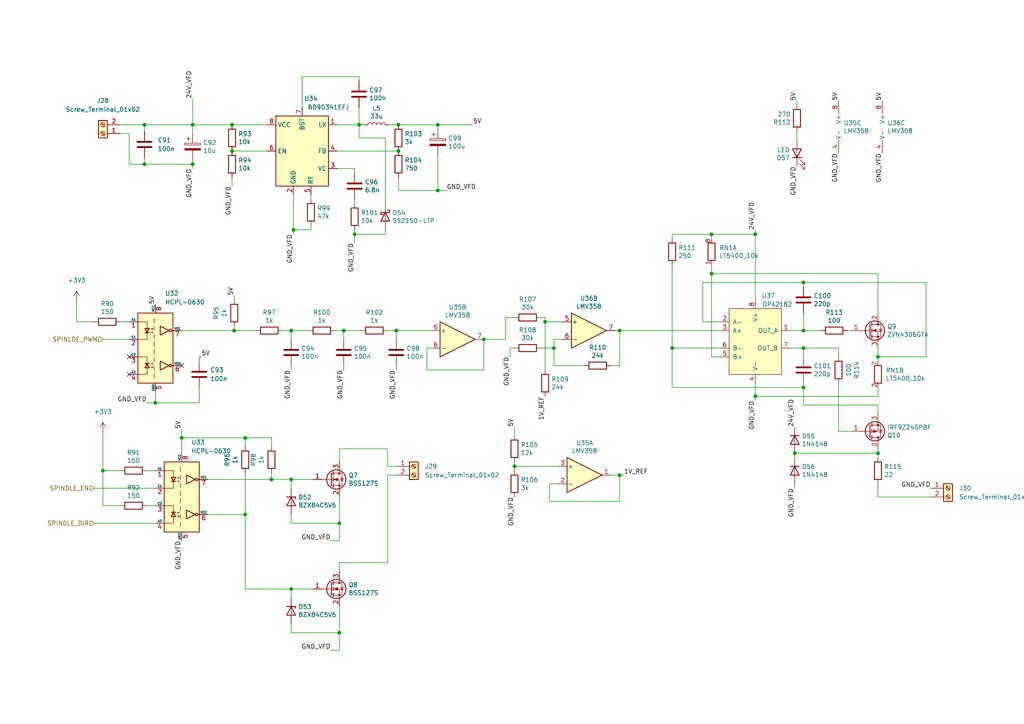
<source format=kicad_sch>
(kicad_sch (version 20211123) (generator eeschema)
  (paper "A4")
  (title_block (title "Spindle Control"))
  (lib_symbols
    (symbol "Amplifier_Operational:LMV358" (pin_names (offset 0.127))
      (property "Reference" "U" (at 0 5.08 0))
      (property "Value" "LMV358" (at 0 -5.08 0))
      (symbol "LMV358_1_1"
        (polyline (pts (xy -5.08 5.08) (xy 5.08 0) (xy -5.08 -5.08) (xy -5.08 5.08)) (stroke (width 0.254)) (fill (type background)))
        (pin output line (at 7.62 0 180) (length 2.54) (name "~") (number "1"))
        (pin input line (at -7.62 -2.54 0) (length 2.54) (name "-") (number "2"))
        (pin input line (at -7.62 2.54 0) (length 2.54) (name "+") (number "3"))
      )
      (symbol "LMV358_2_1"
        (polyline (pts (xy -5.08 5.08) (xy 5.08 0) (xy -5.08 -5.08) (xy -5.08 5.08)) (stroke (width 0.254)) (fill (type background)))
        (pin input line (at -7.62 2.54 0) (length 2.54) (name "+") (number "5"))
        (pin input line (at -7.62 -2.54 0) (length 2.54) (name "-") (number "6"))
        (pin output line (at 7.62 0 180) (length 2.54) (name "~") (number "7"))
      )
      (symbol "LMV358_3_1"
        (pin power_in line (at -2.54 -7.62 90) (length 3.81) (name "V-") (number "4"))
        (pin power_in line (at -2.54 7.62 270) (length 3.81) (name "V+") (number "8"))
      )
    )
    (symbol "Connector:Screw_Terminal_01x02" (pin_names (offset 1.016) hide)
      (property "Reference" "J" (at 0 2.54 0))
      (property "Value" "Screw_Terminal_01x02" (at 0 -5.08 0))
      (symbol "Screw_Terminal_01x02_1_1"
        (rectangle (start -1.27 1.27) (end 1.27 -3.81) (stroke (width 0.254)) (fill (type background)))
        (circle (center 0 -2.54) (radius 0.635) (stroke (width 0.1524)))
        (polyline (pts (xy -0.5334 -2.2098) (xy 0.3302 -3.048)) (stroke (width 0.1524)))
        (polyline (pts (xy -0.5334 0.3302) (xy 0.3302 -0.508)) (stroke (width 0.1524)))
        (polyline (pts (xy -0.3556 -2.032) (xy 0.508 -2.8702)) (stroke (width 0.1524)))
        (polyline (pts (xy -0.3556 0.508) (xy 0.508 -0.3302)) (stroke (width 0.1524)))
        (circle (center 0 0) (radius 0.635) (stroke (width 0.1524)))
        (pin passive line (at -5.08 0 0) (length 3.81) (name "Pin_1") (number "1"))
        (pin passive line (at -5.08 -2.54 0) (length 3.81) (name "Pin_2") (number "2"))
      )
    )
    (symbol "Device:C" (pin_numbers hide) (pin_names (offset 0.254))
      (property "Reference" "C" (at 0.635 2.54 0))
      (property "Value" "C" (at 0.635 -2.54 0))
      (symbol "C_0_1"
        (polyline (pts (xy -2.032 -0.762) (xy 2.032 -0.762)) (stroke (width 0.508)))
        (polyline (pts (xy -2.032 0.762) (xy 2.032 0.762)) (stroke (width 0.508)))
      )
      (symbol "C_1_1"
        (pin passive line (at 0 3.81 270) (length 2.794) (name "~") (number "1"))
        (pin passive line (at 0 -3.81 90) (length 2.794) (name "~") (number "2"))
      )
    )
    (symbol "Device:CP" (pin_numbers hide) (pin_names (offset 0.254))
      (property "Reference" "C" (at 0.635 2.54 0))
      (property "Value" "Device_CP" (at 0.635 -2.54 0))
      (symbol "CP_0_1"
        (rectangle (start -2.286 0.508) (end 2.286 1.016))
        (polyline (pts (xy -1.778 2.286) (xy -0.762 2.286)))
        (polyline (pts (xy -1.27 2.794) (xy -1.27 1.778)))
        (rectangle (start 2.286 -0.508) (end -2.286 -1.016) (fill (type outline)))
      )
      (symbol "CP_1_1"
        (pin passive line (at 0 3.81 270) (length 2.794) (name "~") (number "1"))
        (pin passive line (at 0 -3.81 90) (length 2.794) (name "~") (number "2"))
      )
    )
    (symbol "Device:D_Schottky" (pin_numbers hide) (pin_names (offset 1.016) hide)
      (property "Reference" "D" (at 0 2.54 0))
      (property "Value" "D_Schottky" (at 0 -2.54 0))
      (symbol "D_Schottky_0_1"
        (polyline (pts (xy 1.27 0) (xy -1.27 0)))
        (polyline (pts (xy 1.27 1.27) (xy 1.27 -1.27) (xy -1.27 0) (xy 1.27 1.27)) (stroke (width 0.254)))
        (polyline (pts (xy -1.905 0.635) (xy -1.905 1.27) (xy -1.27 1.27) (xy -1.27 -1.27) (xy -0.635 -1.27) (xy -0.635 -0.635)) (stroke (width 0.254)))
      )
      (symbol "D_Schottky_1_1"
        (pin passive line (at -3.81 0 0) (length 2.54) (name "K") (number "1"))
        (pin passive line (at 3.81 0 180) (length 2.54) (name "A") (number "2"))
      )
    )
    (symbol "Device:L" (pin_numbers hide) (pin_names (offset 1.016) hide)
      (property "Reference" "L" (at -1.27 0 90))
      (property "Value" "L" (at 1.905 0 90))
      (symbol "L_0_1"
        (arc (start 0 -2.54) (mid 0.635 -1.905) (end 0 -1.27))
        (arc (start 0 -1.27) (mid 0.635 -0.635) (end 0 0))
        (arc (start 0 0) (mid 0.635 0.635) (end 0 1.27))
        (arc (start 0 1.27) (mid 0.635 1.905) (end 0 2.54))
      )
      (symbol "L_1_1"
        (pin passive line (at 0 3.81 270) (length 1.27) (name "1") (number "1"))
        (pin passive line (at 0 -3.81 90) (length 1.27) (name "2") (number "2"))
      )
    )
    (symbol "Device:LED" (pin_numbers hide) (pin_names (offset 1.016) hide)
      (property "Reference" "D" (at 0 2.54 0))
      (property "Value" "LED" (at 0 -2.54 0))
      (symbol "LED_0_1"
        (polyline (pts (xy -1.27 -1.27) (xy -1.27 1.27)) (stroke (width 0.254)))
        (polyline (pts (xy -1.27 0) (xy 1.27 0)))
        (polyline (pts (xy 1.27 -1.27) (xy 1.27 1.27) (xy -1.27 0) (xy 1.27 -1.27)) (stroke (width 0.254)))
        (polyline (pts (xy -3.048 -0.762) (xy -4.572 -2.286) (xy -3.81 -2.286) (xy -4.572 -2.286) (xy -4.572 -1.524)))
        (polyline (pts (xy -1.778 -0.762) (xy -3.302 -2.286) (xy -2.54 -2.286) (xy -3.302 -2.286) (xy -3.302 -1.524)))
      )
      (symbol "LED_1_1"
        (pin passive line (at -3.81 0 0) (length 2.54) (name "K") (number "1"))
        (pin passive line (at 3.81 0 180) (length 2.54) (name "A") (number "2"))
      )
    )
    (symbol "Device:Q_NMOS_GDS" (pin_names (offset 0) hide)
      (property "Reference" "Q" (at 5.08 1.27 0))
      (property "Value" "Q_NMOS_GDS" (at 5.08 -1.27 0))
      (symbol "Q_NMOS_GDS_0_1"
        (polyline (pts (xy 0.254 0) (xy -2.54 0)))
        (polyline (pts (xy 0.254 1.905) (xy 0.254 -1.905)) (stroke (width 0.254)))
        (polyline (pts (xy 0.762 -1.27) (xy 0.762 -2.286)) (stroke (width 0.254)))
        (polyline (pts (xy 0.762 0.508) (xy 0.762 -0.508)) (stroke (width 0.254)))
        (polyline (pts (xy 0.762 2.286) (xy 0.762 1.27)) (stroke (width 0.254)))
        (polyline (pts (xy 2.54 2.54) (xy 2.54 1.778)))
        (polyline (pts (xy 2.54 -2.54) (xy 2.54 0) (xy 0.762 0)))
        (polyline (pts (xy 0.762 -1.778) (xy 3.302 -1.778) (xy 3.302 1.778) (xy 0.762 1.778)))
        (polyline (pts (xy 1.016 0) (xy 2.032 0.381) (xy 2.032 -0.381) (xy 1.016 0)) (fill (type outline)))
        (polyline (pts (xy 2.794 0.508) (xy 2.921 0.381) (xy 3.683 0.381) (xy 3.81 0.254)))
        (polyline (pts (xy 3.302 0.381) (xy 2.921 -0.254) (xy 3.683 -0.254) (xy 3.302 0.381)))
        (circle (center 1.651 0) (radius 2.794) (stroke (width 0.254)))
        (circle (center 2.54 -1.778) (radius 0.254) (fill (type outline)))
        (circle (center 2.54 1.778) (radius 0.254) (fill (type outline)))
      )
      (symbol "Q_NMOS_GDS_1_1"
        (pin input line (at -5.08 0 0) (length 2.54) (name "G") (number "1"))
        (pin passive line (at 2.54 5.08 270) (length 2.54) (name "D") (number "2"))
        (pin passive line (at 2.54 -5.08 90) (length 2.54) (name "S") (number "3"))
      )
    )
    (symbol "Device:Q_PMOS_GDS" (pin_names (offset 0) hide)
      (property "Reference" "Q" (at 5.08 1.27 0))
      (property "Value" "Q_PMOS_GDS" (at 5.08 -1.27 0))
      (symbol "Q_PMOS_GDS_0_1"
        (polyline (pts (xy 0.254 0) (xy -2.54 0)))
        (polyline (pts (xy 0.254 1.905) (xy 0.254 -1.905)) (stroke (width 0.254)))
        (polyline (pts (xy 0.762 -1.27) (xy 0.762 -2.286)) (stroke (width 0.254)))
        (polyline (pts (xy 0.762 0.508) (xy 0.762 -0.508)) (stroke (width 0.254)))
        (polyline (pts (xy 0.762 2.286) (xy 0.762 1.27)) (stroke (width 0.254)))
        (polyline (pts (xy 2.54 2.54) (xy 2.54 1.778)))
        (polyline (pts (xy 2.54 -2.54) (xy 2.54 0) (xy 0.762 0)))
        (polyline (pts (xy 0.762 1.778) (xy 3.302 1.778) (xy 3.302 -1.778) (xy 0.762 -1.778)))
        (polyline (pts (xy 2.286 0) (xy 1.27 0.381) (xy 1.27 -0.381) (xy 2.286 0)) (fill (type outline)))
        (polyline (pts (xy 2.794 -0.508) (xy 2.921 -0.381) (xy 3.683 -0.381) (xy 3.81 -0.254)))
        (polyline (pts (xy 3.302 -0.381) (xy 2.921 0.254) (xy 3.683 0.254) (xy 3.302 -0.381)))
        (circle (center 1.651 0) (radius 2.794) (stroke (width 0.254)))
        (circle (center 2.54 -1.778) (radius 0.254) (fill (type outline)))
        (circle (center 2.54 1.778) (radius 0.254) (fill (type outline)))
      )
      (symbol "Q_PMOS_GDS_1_1"
        (pin input line (at -5.08 0 0) (length 2.54) (name "G") (number "1"))
        (pin passive line (at 2.54 5.08 270) (length 2.54) (name "D") (number "2"))
        (pin passive line (at 2.54 -5.08 90) (length 2.54) (name "S") (number "3"))
      )
    )
    (symbol "Device:R" (pin_numbers hide) (pin_names (offset 0))
      (property "Reference" "R" (at 2.032 0 90))
      (property "Value" "R" (at 0 0 90))
      (symbol "R_0_1"
        (rectangle (start -1.016 -2.54) (end 1.016 2.54) (stroke (width 0.254)))
      )
      (symbol "R_1_1"
        (pin passive line (at 0 3.81 270) (length 1.27) (name "~") (number "1"))
        (pin passive line (at 0 -3.81 90) (length 1.27) (name "~") (number "2"))
      )
    )
    (symbol "Device:R_Pack04_Split" (pin_names (offset 0) hide)
      (property "Reference" "RN" (at 2.032 0 90))
      (property "Value" "R_Pack04_Split" (at 0 0 90))
      (symbol "R_Pack04_Split_0_1"
        (rectangle (start 1.016 2.54) (end -1.016 -2.54) (stroke (width 0.254)))
      )
      (symbol "R_Pack04_Split_1_1"
        (pin passive line (at 0 -3.81 90) (length 1.27) (name "R1.1") (number "1"))
        (pin passive line (at 0 3.81 270) (length 1.27) (name "R1.2") (number "8"))
      )
      (symbol "R_Pack04_Split_2_1"
        (pin passive line (at 0 -3.81 90) (length 1.27) (name "R2.1") (number "2"))
        (pin passive line (at 0 3.81 270) (length 1.27) (name "R2.2") (number "7"))
      )
      (symbol "R_Pack04_Split_3_1"
        (pin passive line (at 0 -3.81 90) (length 1.27) (name "R3.1") (number "3"))
        (pin passive line (at 0 3.81 270) (length 1.27) (name "R3.2") (number "6"))
      )
      (symbol "R_Pack04_Split_4_1"
        (pin passive line (at 0 -3.81 90) (length 1.27) (name "R4.1") (number "4"))
        (pin passive line (at 0 3.81 270) (length 1.27) (name "R4.2") (number "5"))
      )
    )
    (symbol "Diode:1N4148" (pin_numbers hide) (pin_names (offset 1.016) hide)
      (property "Reference" "D" (at 0 2.54 0))
      (property "Value" "1N4148" (at 0 -2.54 0))
      (symbol "1N4148_0_1"
        (polyline (pts (xy -1.27 1.27) (xy -1.27 -1.27)) (stroke (width 0.254)))
        (polyline (pts (xy 1.27 0) (xy -1.27 0)))
        (polyline (pts (xy 1.27 1.27) (xy 1.27 -1.27) (xy -1.27 0) (xy 1.27 1.27)) (stroke (width 0.254)))
      )
      (symbol "1N4148_1_1"
        (pin passive line (at -3.81 0 0) (length 2.54) (name "K") (number "1"))
        (pin passive line (at 3.81 0 180) (length 2.54) (name "A") (number "2"))
      )
    )
    (symbol "Diode:BZX84Cxx" (pin_numbers hide) (pin_names (offset 1.016) hide)
      (property "Reference" "D" (at 0 2.54 0))
      (property "Value" "BZX84Cxx" (at 0 -2.54 0))
      (symbol "BZX84Cxx_0_1"
        (polyline (pts (xy 1.27 0) (xy -1.27 0)))
        (polyline (pts (xy -1.27 -1.27) (xy -1.27 1.27) (xy -0.762 1.27)) (stroke (width 0.254)))
        (polyline (pts (xy 1.27 -1.27) (xy 1.27 1.27) (xy -1.27 0) (xy 1.27 -1.27)) (stroke (width 0.254)))
      )
      (symbol "BZX84Cxx_1_1"
        (pin passive line (at -3.81 0 0) (length 2.54) (name "K") (number "1"))
        (pin passive line (at 3.81 0 180) (length 2.54) (name "A") (number "2"))
      )
    )
    (symbol "Isolator:HCPL-0630" (pin_names (offset 0))
      (property "Reference" "U" (at -4.064 11.43 0))
      (property "Value" "HCPL-0630" (at 7.874 11.43 0))
      (symbol "HCPL-0630_0_1"
        (rectangle (start -5.08 10.16) (end 5.08 -10.16) (stroke (width 0.254)) (fill (type background)))
      )
      (symbol "HCPL-0630_1_1"
        (polyline (pts (xy -3.048 -4.445) (xy -1.778 -4.445)) (stroke (width 0.254)))
        (polyline (pts (xy -3.048 4.445) (xy -1.778 4.445)) (stroke (width 0.254)))
        (polyline (pts (xy -0.381 -7.366) (xy -0.381 -8.636)))
        (polyline (pts (xy -0.381 -5.08) (xy -0.381 -6.35)))
        (polyline (pts (xy -0.381 -2.794) (xy -0.381 -4.064)))
        (polyline (pts (xy -0.381 -0.508) (xy -0.381 -1.778)))
        (polyline (pts (xy -0.381 1.778) (xy -0.381 0.508)))
        (polyline (pts (xy -0.381 4.064) (xy -0.381 2.794)))
        (polyline (pts (xy -0.381 6.35) (xy -0.381 5.08)))
        (polyline (pts (xy -0.381 8.636) (xy -0.381 7.366)))
        (polyline (pts (xy 4.699 -5.08) (xy 5.207 -5.08)) (stroke (width 0.254)))
        (polyline (pts (xy 4.699 5.08) (xy 5.334 5.08)) (stroke (width 0.254)))
        (polyline (pts (xy -4.953 -7.62) (xy -2.413 -7.62) (xy -2.413 -5.715)))
        (polyline (pts (xy -4.953 7.62) (xy -2.413 7.62) (xy -2.413 4.318)))
        (polyline (pts (xy -2.413 -5.842) (xy -2.413 -2.54) (xy -4.953 -2.54)))
        (polyline (pts (xy -2.413 4.445) (xy -2.413 2.54) (xy -4.953 2.54)))
        (polyline (pts (xy -2.413 -4.445) (xy -3.048 -5.715) (xy -1.778 -5.715) (xy -2.413 -4.445)) (stroke (width 0.254)))
        (polyline (pts (xy -2.413 4.445) (xy -3.048 5.715) (xy -1.778 5.715) (xy -2.413 4.445)) (stroke (width 0.254)))
        (polyline (pts (xy 3.937 -5.08) (xy 1.397 -3.81) (xy 1.397 -6.35) (xy 3.937 -5.08)) (stroke (width 0.254)))
        (polyline (pts (xy 3.937 5.08) (xy 1.397 6.35) (xy 1.397 3.81) (xy 3.937 5.08)) (stroke (width 0.254)))
        (polyline (pts (xy -1.397 -5.588) (xy -0.635 -5.588) (xy -1.016 -5.715) (xy -1.016 -5.461) (xy -0.635 -5.588)) (stroke (width 0.127)))
        (polyline (pts (xy -1.397 -4.572) (xy -0.635 -4.572) (xy -1.016 -4.699) (xy -1.016 -4.445) (xy -0.635 -4.572)) (stroke (width 0.127)))
        (polyline (pts (xy -1.397 4.572) (xy -0.635 4.572) (xy -1.016 4.445) (xy -1.016 4.699) (xy -0.635 4.572)) (stroke (width 0.127)))
        (polyline (pts (xy -1.397 5.588) (xy -0.635 5.588) (xy -1.016 5.461) (xy -1.016 5.715) (xy -0.635 5.588)) (stroke (width 0.127)))
        (circle (center 4.318 -5.08) (radius 0.3556) (stroke (width 0.254)))
        (circle (center 4.318 5.08) (radius 0.3556) (stroke (width 0.254)))
        (pin passive line (at -7.62 7.62 0) (length 2.54) (name "A1") (number "1"))
        (pin passive line (at -7.62 2.54 0) (length 2.54) (name "C1") (number "2"))
        (pin passive line (at -7.62 -2.54 0) (length 2.54) (name "C2") (number "3"))
        (pin passive line (at -7.62 -7.62 0) (length 2.54) (name "A2") (number "4"))
        (pin power_in line (at 0 -12.7 90) (length 2.54) (name "GND") (number "5"))
        (pin open_collector line (at 7.62 -5.08 180) (length 2.54) (name "VO2") (number "6"))
        (pin open_collector line (at 7.62 5.08 180) (length 2.54) (name "VO1") (number "7"))
        (pin power_in line (at 0 12.7 270) (length 2.54) (name "VCC") (number "8"))
      )
    )
    (symbol "Regulator_Switching:BD9G341EFJ"
      (property "Reference" "U" (at -6.35 11.43 0))
      (property "Value" "BD9G341EFJ" (at 7.62 11.43 0))
      (symbol "BD9G341EFJ_0_1"
        (rectangle (start -7.62 10.16) (end 7.62 -10.16) (stroke (width 0.254)) (fill (type background)))
      )
      (symbol "BD9G341EFJ_1_1"
        (pin passive line (at 10.16 7.62 180) (length 2.54) (name "LX") (number "1"))
        (pin power_in line (at -2.54 -12.7 90) (length 2.54) (name "GND") (number "2"))
        (pin output line (at 10.16 -5.08 180) (length 2.54) (name "VC") (number "3"))
        (pin input line (at 10.16 0 180) (length 2.54) (name "FB") (number "4"))
        (pin input line (at 2.54 -12.7 90) (length 2.54) (name "RT") (number "5"))
        (pin input line (at -10.16 0 0) (length 2.54) (name "EN") (number "6"))
        (pin input line (at 0 12.7 270) (length 2.54) (name "BST") (number "7"))
        (pin power_in line (at -10.16 7.62 0) (length 2.54) (name "VCC") (number "8"))
      )
    )
    (symbol "Transistor_FET:BSS127S" (pin_names hide)
      (property "Reference" "Q" (at 5.08 1.905 0))
      (property "Value" "BSS127S" (at 5.08 0 0))
      (symbol "BSS127S_0_1"
        (polyline (pts (xy 0.254 0) (xy -2.54 0)))
        (polyline (pts (xy 0.254 1.905) (xy 0.254 -1.905)) (stroke (width 0.254)))
        (polyline (pts (xy 0.762 -1.27) (xy 0.762 -2.286)) (stroke (width 0.254)))
        (polyline (pts (xy 0.762 0.508) (xy 0.762 -0.508)) (stroke (width 0.254)))
        (polyline (pts (xy 0.762 2.286) (xy 0.762 1.27)) (stroke (width 0.254)))
        (polyline (pts (xy 2.54 2.54) (xy 2.54 1.778)))
        (polyline (pts (xy 2.54 -2.54) (xy 2.54 0) (xy 0.762 0)))
        (polyline (pts (xy 0.762 -1.778) (xy 3.302 -1.778) (xy 3.302 1.778) (xy 0.762 1.778)))
        (polyline (pts (xy 1.016 0) (xy 2.032 0.381) (xy 2.032 -0.381) (xy 1.016 0)) (fill (type outline)))
        (polyline (pts (xy 2.794 0.508) (xy 2.921 0.381) (xy 3.683 0.381) (xy 3.81 0.254)))
        (polyline (pts (xy 3.302 0.381) (xy 2.921 -0.254) (xy 3.683 -0.254) (xy 3.302 0.381)))
        (circle (center 1.651 0) (radius 2.794) (stroke (width 0.254)))
        (circle (center 2.54 -1.778) (radius 0.254) (fill (type outline)))
        (circle (center 2.54 1.778) (radius 0.254) (fill (type outline)))
      )
      (symbol "BSS127S_1_1"
        (pin input line (at -5.08 0 0) (length 2.54) (name "G") (number "1"))
        (pin passive line (at 2.54 -5.08 90) (length 2.54) (name "S") (number "2"))
        (pin passive line (at 2.54 5.08 270) (length 2.54) (name "D") (number "3"))
      )
    )
    (symbol "grbl_board:OPA2192" (pin_names (offset 1.016))
      (property "Reference" "U" (at 3.81 17.78 0))
      (property "Value" "OPA2192" (at 7.62 15.24 0))
      (symbol "OPA2192_0_0"
        (pin output line (at 10.16 7.62 180) (length 2.54) (name "OUT_A") (number "1"))
        (pin input line (at -10.16 10.16 0) (length 2.54) (name "A-") (number "2"))
        (pin input line (at -10.16 7.62 0) (length 2.54) (name "A+") (number "3"))
        (pin power_in line (at 0 -7.62 90) (length 2.54) (name "V-") (number "4"))
        (pin input line (at -10.16 0 0) (length 2.54) (name "B+") (number "5"))
        (pin input line (at -10.16 2.54 0) (length 2.54) (name "B-") (number "6"))
        (pin output line (at 10.16 2.54 180) (length 2.54) (name "OUT_B") (number "7"))
        (pin power_in line (at 0 16.51 270) (length 2.54) (name "V+") (number "8"))
      )
      (symbol "OPA2192_0_1"
        (rectangle (start -7.62 13.97) (end 7.62 -5.08) (fill (type background)))
      )
    )
    (symbol "power:+3V3" (power) (pin_names (offset 0))
      (property "Value" "+3V3" (at 0 3.556 0))
      (symbol "+3V3_0_1"
        (polyline (pts (xy -0.762 1.27) (xy 0 2.54)))
        (polyline (pts (xy 0 0) (xy 0 2.54)))
        (polyline (pts (xy 0 2.54) (xy 0.762 1.27)))
      )
      (symbol "+3V3_1_1"
        (pin power_in line (at 0 0 90) (length 0) hide (name "+3V3") (number "1"))
      )
    )
  )
  (junction (at 140.335 98.425))
  (junction (at 85.09 66.675))
  (junction (at 233.045 95.885))
  (junction (at 52.705 127))
  (junction (at 84.455 95.885))
  (junction (at 160.655 100.965))
  (junction (at 149.225 135.255))
  (junction (at 78.74 139.065))
  (junction (at 45.085 116.84))
  (junction (at 67.31 43.815))
  (junction (at 127 36.195))
  (junction (at 127 55.245))
  (junction (at 67.31 36.195))
  (junction (at 233.045 100.965))
  (junction (at 71.12 149.225))
  (junction (at 71.12 127))
  (junction (at 254.635 103.505))
  (junction (at 206.375 79.375))
  (junction (at 254.635 131.445))
  (junction (at 99.695 95.885))
  (junction (at 206.375 67.945))
  (junction (at 194.945 100.965))
  (junction (at 230.505 131.445))
  (junction (at 98.425 151.765))
  (junction (at 29.845 136.525))
  (junction (at 41.91 47.625))
  (junction (at 219.075 114.935))
  (junction (at 114.935 95.885))
  (junction (at 84.455 170.815))
  (junction (at 233.045 81.915))
  (junction (at 55.88 36.195))
  (junction (at 179.705 95.885))
  (junction (at 158.115 93.345))
  (junction (at 84.455 139.065))
  (junction (at 67.945 95.885))
  (junction (at 98.425 183.515))
  (junction (at 115.57 43.815))
  (junction (at 219.075 67.945))
  (junction (at 41.91 36.195))
  (junction (at 104.14 36.195))
  (junction (at 102.87 67.945))
  (junction (at 55.88 47.625))
  (junction (at 233.045 112.395))
  (junction (at 179.705 137.795))
  (junction (at 115.57 36.195))
  (no_connect (at 52.705 106.045))
  (no_connect (at 37.465 108.585))
  (no_connect (at 37.465 103.505))
  (wire (pts (xy 159.385 140.335) (xy 159.385 145.415)))
  (wire (pts (xy 29.845 125.095) (xy 29.845 136.525)))
  (wire (pts (xy 149.225 135.255) (xy 149.225 136.525)))
  (wire (pts (xy 67.945 94.615) (xy 67.945 95.885)))
  (wire (pts (xy 179.705 95.885) (xy 208.915 95.885)))
  (wire (pts (xy 254.635 103.505) (xy 268.605 103.505)))
  (wire (pts (xy 90.805 139.065) (xy 84.455 139.065)))
  (wire (pts (xy 55.88 28.575) (xy 55.88 36.195)))
  (wire (pts (xy 160.655 100.965) (xy 160.655 98.425)))
  (wire (pts (xy 158.115 92.075) (xy 158.115 93.345)))
  (wire (pts (xy 84.455 183.515) (xy 84.455 180.975)))
  (wire (pts (xy 179.705 145.415) (xy 179.705 137.795)))
  (wire (pts (xy 254.635 114.935) (xy 219.075 114.935)))
  (wire (pts (xy 102.87 67.945) (xy 102.87 66.675)))
  (wire (pts (xy 146.685 98.425) (xy 146.685 92.075)))
  (wire (pts (xy 98.425 165.735) (xy 98.425 163.195)))
  (wire (pts (xy 180.975 137.795) (xy 179.705 137.795)))
  (wire (pts (xy 194.945 112.395) (xy 194.945 100.965)))
  (wire (pts (xy 98.425 151.765) (xy 84.455 151.765)))
  (wire (pts (xy 102.87 70.485) (xy 102.87 67.945)))
  (wire (pts (xy 254.635 132.715) (xy 254.635 131.445)))
  (wire (pts (xy 42.545 146.685) (xy 45.085 146.685)))
  (wire (pts (xy 58.42 103.505) (xy 57.785 103.505)))
  (wire (pts (xy 104.14 23.495) (xy 104.14 22.225)))
  (wire (pts (xy 45.085 113.665) (xy 45.085 116.84)))
  (wire (pts (xy 156.845 100.965) (xy 160.655 100.965)))
  (wire (pts (xy 233.045 95.885) (xy 229.235 95.885)))
  (wire (pts (xy 102.87 59.055) (xy 102.87 57.785)))
  (wire (pts (xy 84.455 151.765) (xy 84.455 149.225)))
  (wire (pts (xy 104.14 40.005) (xy 104.14 36.195)))
  (wire (pts (xy 254.635 103.505) (xy 254.635 104.775)))
  (wire (pts (xy 41.91 45.72) (xy 41.91 47.625)))
  (wire (pts (xy 254.635 79.375) (xy 206.375 79.375)))
  (wire (pts (xy 230.505 132.715) (xy 230.505 131.445)))
  (wire (pts (xy 115.57 51.435) (xy 115.57 55.245)))
  (wire (pts (xy 78.74 139.065) (xy 84.455 139.065)))
  (wire (pts (xy 37.465 38.735) (xy 34.925 38.735)))
  (wire (pts (xy 57.785 116.84) (xy 57.785 112.395)))
  (wire (pts (xy 245.745 95.885) (xy 247.015 95.885)))
  (wire (pts (xy 254.635 131.445) (xy 254.635 130.175)))
  (wire (pts (xy 123.825 107.315) (xy 140.335 107.315)))
  (wire (pts (xy 98.425 130.175) (xy 98.425 133.985)))
  (wire (pts (xy 161.925 140.335) (xy 159.385 140.335)))
  (wire (pts (xy 67.945 95.885) (xy 74.295 95.885)))
  (wire (pts (xy 98.425 188.595) (xy 98.425 183.515)))
  (wire (pts (xy 233.045 111.125) (xy 233.045 112.395)))
  (wire (pts (xy 85.09 56.515) (xy 85.09 66.675)))
  (wire (pts (xy 179.705 106.045) (xy 179.705 95.885)))
  (wire (pts (xy 233.045 100.965) (xy 233.045 103.505)))
  (wire (pts (xy 229.235 100.965) (xy 233.045 100.965)))
  (wire (pts (xy 160.655 106.045) (xy 169.545 106.045)))
  (wire (pts (xy 233.045 83.185) (xy 233.045 81.915)))
  (wire (pts (xy 111.76 40.005) (xy 111.76 59.055)))
  (wire (pts (xy 219.075 116.205) (xy 219.075 114.935)))
  (wire (pts (xy 52.705 127) (xy 71.12 127)))
  (wire (pts (xy 243.205 125.095) (xy 247.015 125.095)))
  (wire (pts (xy 114.935 135.255) (xy 112.395 135.255)))
  (wire (pts (xy 137.16 36.195) (xy 127 36.195)))
  (wire (pts (xy 179.705 137.795) (xy 177.165 137.795)))
  (wire (pts (xy 95.885 156.845) (xy 98.425 156.845)))
  (wire (pts (xy 102.87 50.165) (xy 102.87 48.895)))
  (wire (pts (xy 254.635 112.395) (xy 254.635 114.935)))
  (wire (pts (xy 125.095 95.885) (xy 114.935 95.885)))
  (wire (pts (xy 268.605 103.505) (xy 268.605 81.915)))
  (wire (pts (xy 41.91 47.625) (xy 55.88 47.625)))
  (wire (pts (xy 113.03 36.195) (xy 115.57 36.195)))
  (wire (pts (xy 52.705 124.46) (xy 52.705 127)))
  (wire (pts (xy 27.305 141.605) (xy 45.085 141.605)))
  (wire (pts (xy 90.805 170.815) (xy 84.455 170.815)))
  (wire (pts (xy 98.425 163.195) (xy 112.395 163.195)))
  (wire (pts (xy 254.635 117.475) (xy 233.045 117.475)))
  (wire (pts (xy 84.455 107.315) (xy 84.455 106.045)))
  (wire (pts (xy 115.57 55.245) (xy 127 55.245)))
  (wire (pts (xy 254.635 120.015) (xy 254.635 117.475)))
  (wire (pts (xy 99.695 95.885) (xy 99.695 98.425)))
  (wire (pts (xy 71.12 149.225) (xy 71.12 170.815)))
  (wire (pts (xy 243.205 100.965) (xy 243.205 103.505)))
  (wire (pts (xy 254.635 90.805) (xy 254.635 79.375)))
  (wire (pts (xy 104.14 31.115) (xy 104.14 36.195)))
  (wire (pts (xy 67.945 86.995) (xy 67.945 85.725)))
  (wire (pts (xy 22.225 93.345) (xy 27.305 93.345)))
  (wire (pts (xy 179.705 95.885) (xy 178.435 95.885)))
  (wire (pts (xy 55.88 46.355) (xy 55.88 47.625)))
  (wire (pts (xy 52.705 127) (xy 52.705 131.445)))
  (wire (pts (xy 194.945 67.945) (xy 194.945 69.215)))
  (wire (pts (xy 112.395 137.795) (xy 114.935 137.795)))
  (wire (pts (xy 29.845 98.425) (xy 37.465 98.425)))
  (wire (pts (xy 112.395 130.175) (xy 98.425 130.175)))
  (wire (pts (xy 269.875 144.145) (xy 254.635 144.145)))
  (wire (pts (xy 104.14 36.195) (xy 105.41 36.195)))
  (wire (pts (xy 233.045 117.475) (xy 233.045 112.395)))
  (wire (pts (xy 161.925 135.255) (xy 149.225 135.255)))
  (wire (pts (xy 194.945 76.835) (xy 194.945 100.965)))
  (wire (pts (xy 87.63 22.225) (xy 87.63 31.115)))
  (wire (pts (xy 112.395 95.885) (xy 114.935 95.885)))
  (wire (pts (xy 104.14 36.195) (xy 97.79 36.195)))
  (wire (pts (xy 81.915 95.885) (xy 84.455 95.885)))
  (wire (pts (xy 231.14 38.1) (xy 231.14 40.64)))
  (wire (pts (xy 206.375 103.505) (xy 208.915 103.505)))
  (wire (pts (xy 230.505 141.605) (xy 230.505 140.335)))
  (wire (pts (xy 127 45.085) (xy 127 55.245)))
  (wire (pts (xy 67.31 53.975) (xy 67.31 51.435)))
  (wire (pts (xy 140.335 98.425) (xy 146.685 98.425)))
  (wire (pts (xy 115.57 36.195) (xy 127 36.195)))
  (wire (pts (xy 194.945 100.965) (xy 208.915 100.965)))
  (wire (pts (xy 99.695 107.315) (xy 99.695 106.045)))
  (wire (pts (xy 254.635 100.965) (xy 254.635 103.505)))
  (wire (pts (xy 84.455 173.355) (xy 84.455 170.815)))
  (wire (pts (xy 219.075 67.945) (xy 206.375 67.945)))
  (wire (pts (xy 42.545 136.525) (xy 45.085 136.525)))
  (wire (pts (xy 55.88 38.735) (xy 55.88 36.195)))
  (wire (pts (xy 149.225 123.825) (xy 149.225 126.365)))
  (wire (pts (xy 112.395 135.255) (xy 112.395 130.175)))
  (wire (pts (xy 115.57 43.815) (xy 97.79 43.815)))
  (wire (pts (xy 41.91 36.195) (xy 41.91 38.1)))
  (wire (pts (xy 52.705 95.885) (xy 67.945 95.885)))
  (wire (pts (xy 22.225 86.995) (xy 22.225 93.345)))
  (wire (pts (xy 146.685 92.075) (xy 149.225 92.075)))
  (wire (pts (xy 114.935 95.885) (xy 114.935 98.425)))
  (wire (pts (xy 149.225 133.985) (xy 149.225 135.255)))
  (wire (pts (xy 208.915 93.345) (xy 203.835 93.345)))
  (wire (pts (xy 27.305 151.765) (xy 45.085 151.765)))
  (wire (pts (xy 159.385 145.415) (xy 179.705 145.415)))
  (wire (pts (xy 147.955 100.965) (xy 149.225 100.965)))
  (wire (pts (xy 90.17 66.675) (xy 85.09 66.675)))
  (wire (pts (xy 111.76 40.005) (xy 104.14 40.005)))
  (wire (pts (xy 230.505 131.445) (xy 254.635 131.445)))
  (wire (pts (xy 104.775 95.885) (xy 99.695 95.885)))
  (wire (pts (xy 160.655 100.965) (xy 160.655 106.045)))
  (wire (pts (xy 206.375 67.945) (xy 194.945 67.945)))
  (wire (pts (xy 104.14 22.225) (xy 87.63 22.225)))
  (wire (pts (xy 37.465 47.625) (xy 41.91 47.625)))
  (wire (pts (xy 71.12 127) (xy 78.74 127)))
  (wire (pts (xy 233.045 81.915) (xy 203.835 81.915)))
  (wire (pts (xy 123.825 100.965) (xy 123.825 107.315)))
  (wire (pts (xy 45.085 116.84) (xy 57.785 116.84)))
  (wire (pts (xy 89.535 95.885) (xy 84.455 95.885)))
  (wire (pts (xy 177.165 106.045) (xy 179.705 106.045)))
  (wire (pts (xy 57.785 103.505) (xy 57.785 104.775)))
  (wire (pts (xy 67.31 36.195) (xy 77.47 36.195)))
  (wire (pts (xy 41.91 36.195) (xy 55.88 36.195)))
  (wire (pts (xy 219.075 66.675) (xy 219.075 67.945)))
  (wire (pts (xy 111.76 67.945) (xy 111.76 66.675)))
  (wire (pts (xy 233.045 90.805) (xy 233.045 95.885)))
  (wire (pts (xy 60.325 149.225) (xy 71.12 149.225)))
  (wire (pts (xy 55.88 36.195) (xy 67.31 36.195)))
  (wire (pts (xy 29.845 136.525) (xy 29.845 146.685)))
  (wire (pts (xy 95.885 188.595) (xy 98.425 188.595)))
  (wire (pts (xy 102.87 67.945) (xy 111.76 67.945)))
  (wire (pts (xy 78.74 127) (xy 78.74 129.54)))
  (wire (pts (xy 114.935 107.315) (xy 114.935 106.045)))
  (wire (pts (xy 55.88 47.625) (xy 55.88 48.895)))
  (wire (pts (xy 125.095 100.965) (xy 123.825 100.965)))
  (wire (pts (xy 42.545 116.84) (xy 45.085 116.84)))
  (wire (pts (xy 127 37.465) (xy 127 36.195)))
  (wire (pts (xy 98.425 151.765) (xy 98.425 144.145)))
  (wire (pts (xy 98.425 183.515) (xy 98.425 175.895)))
  (wire (pts (xy 206.375 67.945) (xy 206.375 69.215)))
  (wire (pts (xy 98.425 183.515) (xy 84.455 183.515)))
  (wire (pts (xy 219.075 67.945) (xy 219.075 86.995)))
  (wire (pts (xy 34.925 36.195) (xy 41.91 36.195)))
  (wire (pts (xy 203.835 81.915) (xy 203.835 93.345)))
  (wire (pts (xy 243.205 111.125) (xy 243.205 125.095)))
  (wire (pts (xy 206.375 76.835) (xy 206.375 79.375)))
  (wire (pts (xy 98.425 151.765) (xy 98.425 156.845)))
  (wire (pts (xy 90.17 57.785) (xy 90.17 56.515)))
  (wire (pts (xy 140.335 107.315) (xy 140.335 98.425)))
  (wire (pts (xy 233.045 95.885) (xy 238.125 95.885)))
  (wire (pts (xy 71.12 170.815) (xy 84.455 170.815)))
  (wire (pts (xy 112.395 163.195) (xy 112.395 137.795)))
  (wire (pts (xy 29.845 146.685) (xy 34.925 146.685)))
  (wire (pts (xy 160.655 98.425) (xy 163.195 98.425)))
  (wire (pts (xy 206.375 79.375) (xy 206.375 103.505)))
  (wire (pts (xy 84.455 95.885) (xy 84.455 98.425)))
  (wire (pts (xy 97.155 95.885) (xy 99.695 95.885)))
  (wire (pts (xy 268.605 81.915) (xy 233.045 81.915)))
  (wire (pts (xy 29.845 136.525) (xy 34.925 136.525)))
  (wire (pts (xy 233.045 100.965) (xy 243.205 100.965)))
  (wire (pts (xy 77.47 43.815) (xy 67.31 43.815)))
  (wire (pts (xy 219.075 114.935) (xy 219.075 111.125)))
  (wire (pts (xy 102.87 48.895) (xy 97.79 48.895)))
  (wire (pts (xy 156.845 92.075) (xy 158.115 92.075)))
  (wire (pts (xy 147.955 103.505) (xy 147.955 100.965)))
  (wire (pts (xy 34.925 93.345) (xy 37.465 93.345)))
  (wire (pts (xy 85.09 66.675) (xy 85.09 67.945)))
  (wire (pts (xy 90.17 65.405) (xy 90.17 66.675)))
  (wire (pts (xy 158.115 93.345) (xy 163.195 93.345)))
  (wire (pts (xy 231.14 29.21) (xy 231.14 30.48)))
  (wire (pts (xy 129.54 55.245) (xy 127 55.245)))
  (wire (pts (xy 71.12 127) (xy 71.12 129.54)))
  (wire (pts (xy 158.115 107.315) (xy 158.115 93.345)))
  (wire (pts (xy 78.74 137.16) (xy 78.74 139.065)))
  (wire (pts (xy 233.045 112.395) (xy 194.945 112.395)))
  (wire (pts (xy 71.12 137.16) (xy 71.12 149.225)))
  (wire (pts (xy 37.465 38.735) (xy 37.465 47.625)))
  (wire (pts (xy 254.635 144.145) (xy 254.635 140.335)))
  (wire (pts (xy 60.325 139.065) (xy 78.74 139.065)))
  (wire (pts (xy 84.455 141.605) (xy 84.455 139.065)))
  (label "GND_VFD" (at 255.905 44.45 270))
  (label "5V" (at 149.225 123.825 90))
  (label "GND_VFD" (at 149.225 144.145 270))
  (label "GND_VFD" (at 114.935 107.315 270))
  (label "GND_VFD" (at 147.955 103.505 270))
  (label "GND_VFD" (at 269.875 141.605 180))
  (label "GND_VFD" (at 95.885 156.845 180))
  (label "5V" (at 52.705 124.46 90))
  (label "1V_REF" (at 158.115 114.935 270))
  (label "5V" (at 243.205 29.21 90))
  (label "GND_VFD" (at 230.505 141.605 270))
  (label "GND_VFD" (at 55.88 48.895 270))
  (label "GND_VFD" (at 85.09 67.945 270))
  (label "GND_VFD" (at 84.455 107.315 270))
  (label "GND_VFD" (at 99.695 107.315 270))
  (label "5V" (at 58.42 103.505 0))
  (label "5V" (at 231.14 29.21 90))
  (label "GND_VFD" (at 67.31 53.975 270))
  (label "GND_VFD" (at 129.54 55.245 0))
  (label "24V_VFD" (at 230.505 123.825 90))
  (label "24V_VFD" (at 219.075 66.675 90))
  (label "5V" (at 45.085 88.265 90))
  (label "5V" (at 137.16 36.195 0))
  (label "1V_REF" (at 180.975 137.795 0))
  (label "GND_VFD" (at 102.87 70.485 270))
  (label "GND_VFD" (at 231.14 48.26 270))
  (label "GND_VFD" (at 243.205 44.45 270))
  (label "24V_VFD" (at 55.88 28.575 90))
  (label "GND_VFD" (at 219.075 116.205 270))
  (label "5V" (at 67.945 85.725 90))
  (label "GND_VFD" (at 42.545 116.84 180))
  (label "5V" (at 255.905 29.21 90))
  (label "GND_VFD" (at 95.885 188.595 180))
  (label "GND_VFD" (at 52.705 156.845 270))
  (hierarchical_label "SPINLDE_PWM" (shape input) (at 29.845 98.425 180))
  (hierarchical_label "SPINDLE_DIR" (shape input) (at 27.305 151.765 180))
  (hierarchical_label "SPINDLE_EN" (shape input) (at 27.305 141.605 180))
  (symbol (lib_id "Device:R") (at 102.87 62.865 0) (unit 1)
    (property "Reference" "R101" (at 104.648 61.6966 0) (effects (justify left)))
    (property "Value" "10k" (at 104.648 64.008 0) (effects (justify left)))
    (property "Footprint" "Resistor_SMD:R_0805_2012Metric_Pad1.20x1.40mm_HandSolder" (effects hide))
  )
  (symbol (lib_id "Device:R") (at 31.115 93.345 270) (unit 1)
    (property "Reference" "R90" (at 31.115 88.0872 90))
    (property "Value" "150" (at 31.115 90.3986 90))
    (property "Footprint" "Resistor_SMD:R_0805_2012Metric_Pad1.20x1.40mm_HandSolder" (effects hide))
  )
  (symbol (lib_id "Device:R") (at 149.225 140.335 0) (unit 1)
    (property "Reference" "R106" (at 151.003 139.1666 0) (effects (justify left)))
    (property "Value" "3k" (at 151.003 141.478 0) (effects (justify left)))
    (property "Footprint" "Resistor_SMD:R_0603_1608Metric_Pad0.98x0.95mm_HandSolder" (effects hide))
  )
  (symbol (lib_id "grbl_board:OPA2192") (at 219.075 103.505 0) (unit 1)
    (property "Reference" "U37" (at 222.885 85.725 0))
    (property "Value" "OPA2182" (at 225.425 88.265 0))
    (property "Footprint" "Package_SO:TSSOP-8_3x3mm_P0.65mm" (effects hide))
    (property "Datasheet" "https://www.ti.com/general/docs/suppproductinfo.tsp?distId=10&gotoUrl=https%3A%2F%2Fwww.ti.com%2Flit%2Fgpn%2Fopa2192-q1" (effects hide))
    (property "Digikey Part No." "296-OPA2182IDGKTCT-ND" (effects hide))
  )
  (symbol (lib_id "power:+3V3") (at 29.845 125.095 0) (unit 1)
    (property "Reference" "#PWR0219" (effects hide))
    (property "Value" "+3V3" (at 29.845 119.38 0))
  )
  (symbol (lib_id "Connector:Screw_Terminal_01x02") (at 274.955 141.605 0) (unit 1)
    (property "Reference" "J30" (at 278.13 141.6049 0) (effects (justify left)))
    (property "Value" "Screw_Terminal_01x02" (at 278.13 144.1449 0) (effects (justify left)))
    (property "Footprint" "Connector_Phoenix_MC:PhoenixContact_MC_1,5_2-G-3.81_1x02_P3.81mm_Horizontal" (effects hide))
  )
  (symbol (lib_id "Device:L") (at 109.22 36.195 90) (unit 1)
    (property "Reference" "L5" (at 109.22 31.369 90))
    (property "Value" "33u" (at 109.22 33.6804 90))
    (property "Footprint" "Inductor_SMD:L_Vishay_IHLP-4040" (effects hide))
  )
  (symbol (lib_id "Device:R") (at 93.345 95.885 270) (unit 1)
    (property "Reference" "R100" (at 93.345 90.6272 90))
    (property "Value" "1k" (at 93.345 92.9386 90))
    (property "Footprint" "Resistor_SMD:R_1206_3216Metric_Pad1.30x1.75mm_HandSolder" (effects hide))
  )
  (symbol (lib_id "Device:R") (at 78.74 133.35 0) (unit 1)
    (property "Reference" "R98" (at 73.4822 133.35 90))
    (property "Value" "1k" (at 75.7936 133.35 90))
    (property "Footprint" "Resistor_SMD:R_1206_3216Metric_Pad1.30x1.75mm_HandSolder" (effects hide))
  )
  (symbol (lib_id "Amplifier_Operational:LMV358") (at 258.445 36.83 0) (unit 3)
    (property "Reference" "U36" (at 257.3782 35.6616 0) (effects (justify left)))
    (property "Value" "LMV358" (at 257.3782 37.973 0) (effects (justify left)))
    (property "Footprint" "Package_SO:SOIC-8_3.9x4.9mm_P1.27mm" (effects hide))
    (property "Datasheet" "http://www.ti.com/lit/ds/symlink/lmv324.pdf" (effects hide))
  )
  (symbol (lib_id "Device:R") (at 67.945 90.805 0) (unit 1)
    (property "Reference" "R95" (at 62.6872 90.805 90))
    (property "Value" "1k" (at 64.9986 90.805 90))
    (property "Footprint" "Resistor_SMD:R_1206_3216Metric_Pad1.30x1.75mm_HandSolder" (effects hide))
  )
  (symbol (lib_id "Device:C") (at 41.91 41.91 0) (unit 1)
    (property "Reference" "C91" (at 45.72 40.6399 0) (effects (justify left)))
    (property "Value" "100n" (at 45.72 43.1799 0) (effects (justify left)))
    (property "Footprint" "Capacitor_SMD:C_0603_1608Metric_Pad1.08x0.95mm_HandSolder" (effects hide))
  )
  (symbol (lib_id "Device:R") (at 38.735 136.525 270) (unit 1)
    (property "Reference" "R91" (at 38.735 131.2672 90))
    (property "Value" "150" (at 38.735 133.5786 90))
    (property "Footprint" "Resistor_SMD:R_0805_2012Metric_Pad1.20x1.40mm_HandSolder" (effects hide))
  )
  (symbol (lib_id "Device:CP") (at 127 41.275 0) (unit 1)
    (property "Reference" "C99" (at 129.9972 40.1066 0) (effects (justify left)))
    (property "Value" "100u" (at 129.9972 42.418 0) (effects (justify left)))
    (property "Footprint" "Capacitor_SMD:CP_Elec_10x10" (effects hide))
    (property "Datasheet" "https://www.nichicon.co.jp/english/products/pdfs/e-ucd.pdf" (effects hide))
    (property "Digikey Part No." "UCD1H101MCL6CT-ND" (effects hide))
  )
  (symbol (lib_id "Device:R") (at 173.355 106.045 270) (unit 1)
    (property "Reference" "R110" (at 173.355 100.7872 90))
    (property "Value" "24k" (at 173.355 103.0986 90))
    (property "Footprint" "Resistor_SMD:R_0603_1608Metric_Pad0.98x0.95mm_HandSolder" (effects hide))
  )
  (symbol (lib_id "Device:D_Schottky") (at 111.76 62.865 270) (unit 1)
    (property "Reference" "D54" (at 113.792 61.6966 90) (effects (justify left)))
    (property "Value" "SS2150-LTP" (at 113.792 64.008 90) (effects (justify left)))
    (property "Footprint" "Diode_SMD:D_SMA_Handsoldering" (effects hide))
  )
  (symbol (lib_id "Device:R") (at 38.735 146.685 270) (unit 1)
    (property "Reference" "R92" (at 38.735 141.4272 90))
    (property "Value" "150" (at 38.735 143.7386 90))
    (property "Footprint" "Resistor_SMD:R_0805_2012Metric_Pad1.20x1.40mm_HandSolder" (effects hide))
  )
  (symbol (lib_id "power:+3V3") (at 22.225 86.995 0) (unit 1)
    (property "Reference" "#PWR0218" (effects hide))
    (property "Value" "+3V3" (at 22.225 81.28 0))
  )
  (symbol (lib_id "Connector:Screw_Terminal_01x02") (at 120.015 135.255 0) (unit 1)
    (property "Reference" "J29" (at 123.19 135.2549 0) (effects (justify left)))
    (property "Value" "Screw_Terminal_01x02" (at 123.19 137.7949 0) (effects (justify left)))
    (property "Footprint" "Connector_Phoenix_MC:PhoenixContact_MC_1,5_2-G-3.81_1x02_P3.81mm_Horizontal" (effects hide))
  )
  (symbol (lib_id "Device:R") (at 90.17 61.595 0) (unit 1)
    (property "Reference" "R99" (at 91.948 60.4266 0) (effects (justify left)))
    (property "Value" "47k" (at 91.948 62.738 0) (effects (justify left)))
    (property "Footprint" "Resistor_SMD:R_0805_2012Metric_Pad1.20x1.40mm_HandSolder" (effects hide))
  )
  (symbol (lib_id "Device:LED") (at 231.14 44.45 90) (unit 1)
    (property "Reference" "D57" (at 229.108 45.7962 90) (effects (justify left)))
    (property "Value" "LED" (at 229.108 43.4848 90) (effects (justify left)))
    (property "Footprint" "LED_SMD:LED_1206_3216Metric_Pad1.42x1.75mm_HandSolder" (effects hide))
  )
  (symbol (lib_id "Device:R") (at 78.105 95.885 270) (unit 1)
    (property "Reference" "R97" (at 78.105 90.6272 90))
    (property "Value" "1k" (at 78.105 92.9386 90))
    (property "Footprint" "Resistor_SMD:R_1206_3216Metric_Pad1.30x1.75mm_HandSolder" (effects hide))
  )
  (symbol (lib_id "Diode:1N4148") (at 230.505 127.635 270) (unit 1)
    (property "Reference" "D55" (at 232.537 126.4666 90) (effects (justify left)))
    (property "Value" "1N4148" (at 232.537 128.778 90) (effects (justify left)))
    (property "Footprint" "Diode_THT:D_DO-35_SOD27_P7.62mm_Horizontal" (effects hide))
    (property "Datasheet" "https://assets.nexperia.com/documents/data-sheet/1N4148_1N4448.pdf" (effects hide))
  )
  (symbol (lib_id "Device:C") (at 233.045 107.315 0) (unit 1)
    (property "Reference" "C101" (at 235.966 106.1466 0) (effects (justify left)))
    (property "Value" "220p" (at 235.966 108.458 0) (effects (justify left)))
    (property "Footprint" "Capacitor_SMD:C_0603_1608Metric_Pad1.08x0.95mm_HandSolder" (effects hide))
  )
  (symbol (lib_id "Diode:1N4148") (at 230.505 136.525 270) (unit 1)
    (property "Reference" "D56" (at 232.537 135.3566 90) (effects (justify left)))
    (property "Value" "1N4148" (at 232.537 137.668 90) (effects (justify left)))
    (property "Footprint" "Diode_THT:D_DO-35_SOD27_P7.62mm_Horizontal" (effects hide))
    (property "Datasheet" "https://assets.nexperia.com/documents/data-sheet/1N4148_1N4448.pdf" (effects hide))
  )
  (symbol (lib_id "Device:R") (at 153.035 100.965 270) (unit 1)
    (property "Reference" "R108" (at 153.035 95.7072 90))
    (property "Value" "30k" (at 153.035 98.0186 90))
    (property "Footprint" "Resistor_SMD:R_0603_1608Metric_Pad0.98x0.95mm_HandSolder" (effects hide))
  )
  (symbol (lib_id "Device:R") (at 71.12 133.35 0) (unit 1)
    (property "Reference" "R96" (at 65.8622 133.35 90))
    (property "Value" "1k" (at 68.1736 133.35 90))
    (property "Footprint" "Resistor_SMD:R_1206_3216Metric_Pad1.30x1.75mm_HandSolder" (effects hide))
  )
  (symbol (lib_id "Amplifier_Operational:LMV358") (at 132.715 98.425 0) (unit 2)
    (property "Reference" "U35" (at 132.715 89.1032 0))
    (property "Value" "LMV358" (at 132.715 91.4146 0))
    (property "Footprint" "Package_SO:SOIC-8_3.9x4.9mm_P1.27mm" (effects hide))
    (property "Datasheet" "http://www.ti.com/lit/ds/symlink/lmv324.pdf" (effects hide))
  )
  (symbol (lib_id "Device:R") (at 231.14 34.29 180) (unit 1)
    (property "Reference" "R112" (at 229.362 35.4584 0) (effects (justify left)))
    (property "Value" "270" (at 229.362 33.147 0) (effects (justify left)))
    (property "Footprint" "Resistor_SMD:R_1206_3216Metric_Pad1.30x1.75mm_HandSolder" (effects hide))
  )
  (symbol (lib_id "Amplifier_Operational:LMV358") (at 245.745 36.83 0) (unit 3)
    (property "Reference" "U35" (at 244.6782 35.6616 0) (effects (justify left)))
    (property "Value" "LMV358" (at 244.6782 37.973 0) (effects (justify left)))
    (property "Footprint" "Package_SO:SOIC-8_3.9x4.9mm_P1.27mm" (effects hide))
    (property "Datasheet" "http://www.ti.com/lit/ds/symlink/lmv324.pdf" (effects hide))
  )
  (symbol (lib_id "Amplifier_Operational:LMV358") (at 170.815 95.885 0) (unit 2)
    (property "Reference" "U36" (at 170.815 86.5632 0))
    (property "Value" "LMV358" (at 170.815 88.8746 0))
    (property "Footprint" "Package_SO:SOIC-8_3.9x4.9mm_P1.27mm" (effects hide))
    (property "Datasheet" "http://www.ti.com/lit/ds/symlink/lmv324.pdf" (effects hide))
  )
  (symbol (lib_id "Device:R") (at 108.585 95.885 270) (unit 1)
    (property "Reference" "R102" (at 108.585 90.6272 90))
    (property "Value" "1k" (at 108.585 92.9386 90))
    (property "Footprint" "Resistor_SMD:R_1206_3216Metric_Pad1.30x1.75mm_HandSolder" (effects hide))
  )
  (symbol (lib_id "Device:R_Pack04_Split") (at 206.375 73.025 0) (unit 1)
    (property "Reference" "RN1" (at 208.6102 71.8566 0) (effects (justify left)))
    (property "Value" "LT5400_10k" (at 208.6102 74.168 0) (effects (justify left)))
    (property "Footprint" "Package_SO:TSSOP-8_3x3mm_P0.65mm" (effects hide))
  )
  (symbol (lib_id "Device:CP") (at 55.88 42.545 0) (unit 1)
    (property "Reference" "C92" (at 58.8772 41.3766 0) (effects (justify left)))
    (property "Value" "10u" (at 58.8772 43.688 0) (effects (justify left)))
    (property "Footprint" "Capacitor_THT:CP_Radial_D8.0mm_P3.50mm" (effects hide))
    (property "Datasheet" "https://www.tdk-electronics.tdk.com/inf/20/30/db/aec/B41866.pdf?ref_disty=digikey" (effects hide))
    (property "Digikey Part No." "495-75596-ND" (effects hide))
  )
  (symbol (lib_id "Device:R") (at 194.945 73.025 0) (unit 1)
    (property "Reference" "R111" (at 196.723 71.8566 0) (effects (justify left)))
    (property "Value" "250" (at 196.723 74.168 0) (effects (justify left)))
    (property "Footprint" "Resistor_SMD:R_0603_1608Metric_Pad0.98x0.95mm_HandSolder" (effects hide))
  )
  (symbol (lib_id "Device:R") (at 158.115 111.125 180) (unit 1)
    (property "Reference" "R109" (at 159.893 109.9566 0) (effects (justify right)))
    (property "Value" "24k" (at 159.893 112.268 0) (effects (justify right)))
    (property "Footprint" "Resistor_SMD:R_0603_1608Metric_Pad0.98x0.95mm_HandSolder" (effects hide))
  )
  (symbol (lib_id "Device:R") (at 115.57 47.625 0) (unit 1)
    (property "Reference" "R104" (at 117.348 46.4566 0) (effects (justify left)))
    (property "Value" "750" (at 117.348 48.768 0) (effects (justify left)))
    (property "Footprint" "Resistor_SMD:R_0603_1608Metric_Pad0.98x0.95mm_HandSolder" (effects hide))
  )
  (symbol (lib_id "Diode:BZX84Cxx") (at 84.455 145.415 270) (unit 1)
    (property "Reference" "D52" (at 86.487 144.2466 90) (effects (justify left)))
    (property "Value" "BZX84C5V6" (at 86.487 146.558 90) (effects (justify left)))
    (property "Footprint" "Diode_SMD:D_SOT-23_ANK" (effects hide))
    (property "Datasheet" "https://diotec.com/tl_files/diotec/files/pdf/datasheets/bzx84c2v4.pdf" (effects hide))
  )
  (symbol (lib_id "Regulator_Switching:BD9G341EFJ") (at 87.63 43.815 0) (unit 1)
    (property "Reference" "U34" (at 90.17 28.575 0))
    (property "Value" "BD9G341EFJ" (at 95.25 31.115 0))
    (property "Footprint" "Package_SO:HTSOP-8-1EP_3.9x4.9mm_P1.27mm_EP2.4x3.2mm_ThermalVias" (effects hide))
    (property "Datasheet" "https://media.digikey.com/pdf/Data%20Sheets/Rohm%20PDFs/BD9G341EFJ.pdf" (effects hide))
  )
  (symbol (lib_id "Device:R") (at 67.31 40.005 0) (unit 1)
    (property "Reference" "R93" (at 69.088 38.8366 0) (effects (justify left)))
    (property "Value" "10k" (at 69.088 41.148 0) (effects (justify left)))
    (property "Footprint" "Resistor_SMD:R_0805_2012Metric_Pad1.20x1.40mm_HandSolder" (effects hide))
  )
  (symbol (lib_id "Diode:BZX84Cxx") (at 84.455 177.165 270) (unit 1)
    (property "Reference" "D53" (at 86.487 175.9966 90) (effects (justify left)))
    (property "Value" "BZX84C5V6" (at 86.487 178.308 90) (effects (justify left)))
    (property "Footprint" "Diode_SMD:D_SOT-23_ANK" (effects hide))
    (property "Datasheet" "https://diotec.com/tl_files/diotec/files/pdf/datasheets/bzx84c2v4.pdf" (effects hide))
  )
  (symbol (lib_id "Device:R") (at 153.035 92.075 270) (unit 1)
    (property "Reference" "R107" (at 153.035 86.8172 90))
    (property "Value" "30k" (at 153.035 89.1286 90))
    (property "Footprint" "Resistor_SMD:R_0603_1608Metric_Pad0.98x0.95mm_HandSolder" (effects hide))
  )
  (symbol (lib_id "Device:C") (at 84.455 102.235 0) (unit 1)
    (property "Reference" "C94" (at 87.376 101.0666 0) (effects (justify left)))
    (property "Value" "100n" (at 87.376 103.378 0) (effects (justify left)))
    (property "Footprint" "Capacitor_SMD:C_0603_1608Metric_Pad1.08x0.95mm_HandSolder" (effects hide))
  )
  (symbol (lib_id "Device:R") (at 254.635 136.525 0) (unit 1)
    (property "Reference" "R115" (at 256.413 135.3566 0) (effects (justify left)))
    (property "Value" "22" (at 256.413 137.668 0) (effects (justify left)))
    (property "Footprint" "Resistor_SMD:R_0603_1608Metric_Pad0.98x0.95mm_HandSolder" (effects hide))
  )
  (symbol (lib_id "Connector:Screw_Terminal_01x02") (at 29.845 38.735 180) (unit 1)
    (property "Reference" "J28" (at 29.845 29.21 0))
    (property "Value" "Screw_Terminal_01x02" (at 29.845 31.75 0))
    (property "Footprint" "Connector_Phoenix_MC:PhoenixContact_MC_1,5_2-G-3.81_1x02_P3.81mm_Horizontal" (effects hide))
  )
  (symbol (lib_id "Device:C") (at 114.935 102.235 0) (unit 1)
    (property "Reference" "C98" (at 117.856 101.0666 0) (effects (justify left)))
    (property "Value" "100n" (at 117.856 103.378 0) (effects (justify left)))
    (property "Footprint" "Capacitor_SMD:C_0603_1608Metric_Pad1.08x0.95mm_HandSolder" (effects hide))
  )
  (symbol (lib_id "Device:C") (at 102.87 53.975 0) (unit 1)
    (property "Reference" "C96" (at 105.791 52.8066 0) (effects (justify left)))
    (property "Value" "6.8n" (at 105.791 55.118 0) (effects (justify left)))
    (property "Footprint" "Capacitor_SMD:C_0402_1005Metric_Pad0.74x0.62mm_HandSolder" (effects hide))
  )
  (symbol (lib_id "Device:C") (at 233.045 86.995 0) (unit 1)
    (property "Reference" "C100" (at 235.966 85.8266 0) (effects (justify left)))
    (property "Value" "220p" (at 235.966 88.138 0) (effects (justify left)))
    (property "Footprint" "Capacitor_SMD:C_0603_1608Metric_Pad1.08x0.95mm_HandSolder" (effects hide))
  )
  (symbol (lib_id "Device:R") (at 241.935 95.885 270) (unit 1)
    (property "Reference" "R113" (at 241.935 90.6272 90))
    (property "Value" "100" (at 241.935 92.9386 90))
    (property "Footprint" "Resistor_SMD:R_1206_3216Metric_Pad1.30x1.75mm_HandSolder" (effects hide))
  )
  (symbol (lib_id "Device:R") (at 67.31 47.625 0) (unit 1)
    (property "Reference" "R94" (at 69.088 46.4566 0) (effects (justify left)))
    (property "Value" "10k" (at 69.088 48.768 0) (effects (justify left)))
    (property "Footprint" "Resistor_SMD:R_0805_2012Metric_Pad1.20x1.40mm_HandSolder" (effects hide))
  )
  (symbol (lib_id "Transistor_FET:BSS127S") (at 95.885 139.065 0) (unit 1)
    (property "Reference" "Q7" (at 101.0666 137.8966 0) (effects (justify left)))
    (property "Value" "BSS127S" (at 101.0666 140.208 0) (effects (justify left)))
    (property "Footprint" "Package_TO_SOT_SMD:SOT-23" (effects hide))
    (property "Datasheet" "http://www.diodes.com/assets/Datasheets/BSS127.pdf" (effects hide))
  )
  (symbol (lib_id "Device:Q_NMOS_GDS") (at 252.095 95.885 0) (unit 1)
    (property "Reference" "Q9" (at 257.2766 94.7166 0) (effects (justify left)))
    (property "Value" "ZVN4306GTA" (at 257.2766 97.028 0) (effects (justify left)))
    (property "Footprint" "Package_TO_SOT_SMD:SOT-223-3_TabPin2" (effects hide))
  )
  (symbol (lib_id "Device:R") (at 149.225 130.175 0) (unit 1)
    (property "Reference" "R105" (at 151.003 129.0066 0) (effects (justify left)))
    (property "Value" "12k" (at 151.003 131.318 0) (effects (justify left)))
    (property "Footprint" "Resistor_SMD:R_0603_1608Metric_Pad0.98x0.95mm_HandSolder" (effects hide))
  )
  (symbol (lib_id "Device:R") (at 115.57 40.005 0) (unit 1)
    (property "Reference" "R103" (at 117.348 38.8366 0) (effects (justify left)))
    (property "Value" "3k" (at 117.348 41.148 0) (effects (justify left)))
    (property "Footprint" "Resistor_SMD:R_0603_1608Metric_Pad0.98x0.95mm_HandSolder" (effects hide))
  )
  (symbol (lib_id "Device:C") (at 99.695 102.235 0) (unit 1)
    (property "Reference" "C95" (at 102.616 101.0666 0) (effects (justify left)))
    (property "Value" "100n" (at 102.616 103.378 0) (effects (justify left)))
    (property "Footprint" "Capacitor_SMD:C_0603_1608Metric_Pad1.08x0.95mm_HandSolder" (effects hide))
  )
  (symbol (lib_id "Transistor_FET:BSS127S") (at 95.885 170.815 0) (unit 1)
    (property "Reference" "Q8" (at 101.0666 169.6466 0) (effects (justify left)))
    (property "Value" "BSS127S" (at 101.0666 171.958 0) (effects (justify left)))
    (property "Footprint" "Package_TO_SOT_SMD:SOT-23" (effects hide))
    (property "Datasheet" "http://www.diodes.com/assets/Datasheets/BSS127.pdf" (effects hide))
  )
  (symbol (lib_id "Amplifier_Operational:LMV358") (at 169.545 137.795 0) (unit 1)
    (property "Reference" "U35" (at 169.545 128.4732 0))
    (property "Value" "LMV358" (at 169.545 130.7846 0))
    (property "Footprint" "Package_SO:SOIC-8_3.9x4.9mm_P1.27mm" (effects hide))
    (property "Datasheet" "http://www.ti.com/lit/ds/symlink/lmv324.pdf" (effects hide))
  )
  (symbol (lib_id "Isolator:HCPL-0630") (at 45.085 100.965 0) (unit 1)
    (property "Reference" "U32" (at 47.8537 85.09 0) (effects (justify left)))
    (property "Value" "HCPL-0630" (at 47.8537 87.63 0) (effects (justify left)))
    (property "Footprint" "Package_SO:SOIC-8_3.9x4.9mm_P1.27mm" (effects hide))
    (property "Datasheet" "https://docs.broadcom.com/docs/AV02-0940EN" (effects hide))
  )
  (symbol (lib_id "Device:C") (at 104.14 27.305 0) (unit 1)
    (property "Reference" "C97" (at 107.061 26.1366 0) (effects (justify left)))
    (property "Value" "100n" (at 107.061 28.448 0) (effects (justify left)))
    (property "Footprint" "Capacitor_SMD:C_0603_1608Metric_Pad1.08x0.95mm_HandSolder" (effects hide))
  )
  (symbol (lib_id "Device:R") (at 243.205 107.315 180) (unit 1)
    (property "Reference" "R114" (at 248.4628 107.315 90))
    (property "Value" "100" (at 246.1514 107.315 90))
    (property "Footprint" "Resistor_SMD:R_1206_3216Metric_Pad1.30x1.75mm_HandSolder" (effects hide))
  )
  (symbol (lib_id "Device:Q_PMOS_GDS") (at 252.095 125.095 0) (mirror x) (unit 1)
    (property "Reference" "Q10" (at 257.302 126.2634 0) (effects (justify left)))
    (property "Value" "IRF9Z24SPBF" (at 257.302 123.952 0) (effects (justify left)))
    (property "Footprint" "Package_TO_SOT_SMD:TO-263-3_TabPin2" (effects hide))
  )
  (symbol (lib_id "Device:C") (at 57.785 108.585 0) (unit 1)
    (property "Reference" "C93" (at 60.96 107.3149 0) (effects (justify left)))
    (property "Value" "100n" (at 60.96 109.8549 0) (effects (justify left)))
    (property "Footprint" "Capacitor_SMD:C_0603_1608Metric_Pad1.08x0.95mm_HandSolder" (effects hide))
  )
  (symbol (lib_id "Isolator:HCPL-0630") (at 52.705 144.145 0) (unit 1)
    (property "Reference" "U33" (at 55.4737 128.27 0) (effects (justify left)))
    (property "Value" "HCPL-0630" (at 55.4737 130.81 0) (effects (justify left)))
    (property "Footprint" "Package_SO:SOIC-8_3.9x4.9mm_P1.27mm" (effects hide))
    (property "Datasheet" "https://docs.broadcom.com/docs/AV02-0940EN" (effects hide))
  )
  (symbol (lib_id "Device:R_Pack04_Split") (at 254.635 108.585 0) (unit 2)
    (property "Reference" "RN1" (at 256.8702 107.4166 0) (effects (justify left)))
    (property "Value" "LT5400_10k" (at 256.8702 109.728 0) (effects (justify left)))
    (property "Footprint" "Package_SO:TSSOP-8_3x3mm_P0.65mm" (effects hide))
  )
)
</source>
